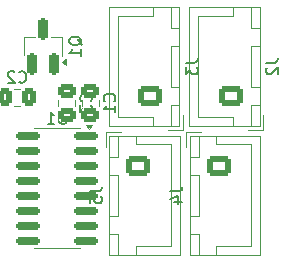
<source format=gbr>
%TF.GenerationSoftware,KiCad,Pcbnew,9.0.2*%
%TF.CreationDate,2025-10-29T16:27:15+01:00*%
%TF.ProjectId,neverx_daugther,6e657665-7278-45f6-9461-756774686572,rev?*%
%TF.SameCoordinates,Original*%
%TF.FileFunction,Legend,Bot*%
%TF.FilePolarity,Positive*%
%FSLAX46Y46*%
G04 Gerber Fmt 4.6, Leading zero omitted, Abs format (unit mm)*
G04 Created by KiCad (PCBNEW 9.0.2) date 2025-10-29 16:27:15*
%MOMM*%
%LPD*%
G01*
G04 APERTURE LIST*
G04 Aperture macros list*
%AMRoundRect*
0 Rectangle with rounded corners*
0 $1 Rounding radius*
0 $2 $3 $4 $5 $6 $7 $8 $9 X,Y pos of 4 corners*
0 Add a 4 corners polygon primitive as box body*
4,1,4,$2,$3,$4,$5,$6,$7,$8,$9,$2,$3,0*
0 Add four circle primitives for the rounded corners*
1,1,$1+$1,$2,$3*
1,1,$1+$1,$4,$5*
1,1,$1+$1,$6,$7*
1,1,$1+$1,$8,$9*
0 Add four rect primitives between the rounded corners*
20,1,$1+$1,$2,$3,$4,$5,0*
20,1,$1+$1,$4,$5,$6,$7,0*
20,1,$1+$1,$6,$7,$8,$9,0*
20,1,$1+$1,$8,$9,$2,$3,0*%
G04 Aperture macros list end*
%ADD10C,0.150000*%
%ADD11C,0.120000*%
%ADD12RoundRect,0.300000X-1.000000X-0.700000X1.000000X-0.700000X1.000000X0.700000X-1.000000X0.700000X0*%
%ADD13RoundRect,1.000000X0.000010X-0.300000X0.000010X0.300000X-0.000010X0.300000X-0.000010X-0.300000X0*%
%ADD14RoundRect,1.000000X-0.300000X-0.000010X0.300000X-0.000010X0.300000X0.000010X-0.300000X0.000010X0*%
%ADD15RoundRect,1.000000X-0.000010X0.300000X-0.000010X-0.300000X0.000010X-0.300000X0.000010X0.300000X0*%
%ADD16C,2.000000*%
%ADD17RoundRect,0.250000X0.475000X-0.337500X0.475000X0.337500X-0.475000X0.337500X-0.475000X-0.337500X0*%
%ADD18RoundRect,0.250000X0.725000X-0.600000X0.725000X0.600000X-0.725000X0.600000X-0.725000X-0.600000X0*%
%ADD19O,1.950000X1.700000*%
%ADD20RoundRect,0.250000X-0.725000X0.600000X-0.725000X-0.600000X0.725000X-0.600000X0.725000X0.600000X0*%
%ADD21RoundRect,0.200000X0.200000X-0.750000X0.200000X0.750000X-0.200000X0.750000X-0.200000X-0.750000X0*%
%ADD22RoundRect,0.150000X0.825000X0.150000X-0.825000X0.150000X-0.825000X-0.150000X0.825000X-0.150000X0*%
%ADD23RoundRect,0.250000X0.337500X0.475000X-0.337500X0.475000X-0.337500X-0.475000X0.337500X-0.475000X0*%
G04 APERTURE END LIST*
D10*
X112939580Y-97433333D02*
X112987200Y-97385714D01*
X112987200Y-97385714D02*
X113034819Y-97242857D01*
X113034819Y-97242857D02*
X113034819Y-97147619D01*
X113034819Y-97147619D02*
X112987200Y-97004762D01*
X112987200Y-97004762D02*
X112891961Y-96909524D01*
X112891961Y-96909524D02*
X112796723Y-96861905D01*
X112796723Y-96861905D02*
X112606247Y-96814286D01*
X112606247Y-96814286D02*
X112463390Y-96814286D01*
X112463390Y-96814286D02*
X112272914Y-96861905D01*
X112272914Y-96861905D02*
X112177676Y-96909524D01*
X112177676Y-96909524D02*
X112082438Y-97004762D01*
X112082438Y-97004762D02*
X112034819Y-97147619D01*
X112034819Y-97147619D02*
X112034819Y-97242857D01*
X112034819Y-97242857D02*
X112082438Y-97385714D01*
X112082438Y-97385714D02*
X112130057Y-97433333D01*
X113034819Y-98385714D02*
X113034819Y-97814286D01*
X113034819Y-98100000D02*
X112034819Y-98100000D01*
X112034819Y-98100000D02*
X112177676Y-98004762D01*
X112177676Y-98004762D02*
X112272914Y-97909524D01*
X112272914Y-97909524D02*
X112320533Y-97814286D01*
X125804819Y-94166666D02*
X126519104Y-94166666D01*
X126519104Y-94166666D02*
X126661961Y-94119047D01*
X126661961Y-94119047D02*
X126757200Y-94023809D01*
X126757200Y-94023809D02*
X126804819Y-93880952D01*
X126804819Y-93880952D02*
X126804819Y-93785714D01*
X125900057Y-94595238D02*
X125852438Y-94642857D01*
X125852438Y-94642857D02*
X125804819Y-94738095D01*
X125804819Y-94738095D02*
X125804819Y-94976190D01*
X125804819Y-94976190D02*
X125852438Y-95071428D01*
X125852438Y-95071428D02*
X125900057Y-95119047D01*
X125900057Y-95119047D02*
X125995295Y-95166666D01*
X125995295Y-95166666D02*
X126090533Y-95166666D01*
X126090533Y-95166666D02*
X126233390Y-95119047D01*
X126233390Y-95119047D02*
X126804819Y-94547619D01*
X126804819Y-94547619D02*
X126804819Y-95166666D01*
X117679819Y-105066666D02*
X118394104Y-105066666D01*
X118394104Y-105066666D02*
X118536961Y-105019047D01*
X118536961Y-105019047D02*
X118632200Y-104923809D01*
X118632200Y-104923809D02*
X118679819Y-104780952D01*
X118679819Y-104780952D02*
X118679819Y-104685714D01*
X118013152Y-105971428D02*
X118679819Y-105971428D01*
X117632200Y-105733333D02*
X118346485Y-105495238D01*
X118346485Y-105495238D02*
X118346485Y-106114285D01*
X110200057Y-92704761D02*
X110152438Y-92609523D01*
X110152438Y-92609523D02*
X110057200Y-92514285D01*
X110057200Y-92514285D02*
X109914342Y-92371428D01*
X109914342Y-92371428D02*
X109866723Y-92276190D01*
X109866723Y-92276190D02*
X109866723Y-92180952D01*
X110104819Y-92228571D02*
X110057200Y-92133333D01*
X110057200Y-92133333D02*
X109961961Y-92038095D01*
X109961961Y-92038095D02*
X109771485Y-91990476D01*
X109771485Y-91990476D02*
X109438152Y-91990476D01*
X109438152Y-91990476D02*
X109247676Y-92038095D01*
X109247676Y-92038095D02*
X109152438Y-92133333D01*
X109152438Y-92133333D02*
X109104819Y-92228571D01*
X109104819Y-92228571D02*
X109104819Y-92419047D01*
X109104819Y-92419047D02*
X109152438Y-92514285D01*
X109152438Y-92514285D02*
X109247676Y-92609523D01*
X109247676Y-92609523D02*
X109438152Y-92657142D01*
X109438152Y-92657142D02*
X109771485Y-92657142D01*
X109771485Y-92657142D02*
X109961961Y-92609523D01*
X109961961Y-92609523D02*
X110057200Y-92514285D01*
X110057200Y-92514285D02*
X110104819Y-92419047D01*
X110104819Y-92419047D02*
X110104819Y-92228571D01*
X110104819Y-93609523D02*
X110104819Y-93038095D01*
X110104819Y-93323809D02*
X109104819Y-93323809D01*
X109104819Y-93323809D02*
X109247676Y-93228571D01*
X109247676Y-93228571D02*
X109342914Y-93133333D01*
X109342914Y-93133333D02*
X109390533Y-93038095D01*
X108861904Y-98354819D02*
X108861904Y-99164342D01*
X108861904Y-99164342D02*
X108814285Y-99259580D01*
X108814285Y-99259580D02*
X108766666Y-99307200D01*
X108766666Y-99307200D02*
X108671428Y-99354819D01*
X108671428Y-99354819D02*
X108480952Y-99354819D01*
X108480952Y-99354819D02*
X108385714Y-99307200D01*
X108385714Y-99307200D02*
X108338095Y-99259580D01*
X108338095Y-99259580D02*
X108290476Y-99164342D01*
X108290476Y-99164342D02*
X108290476Y-98354819D01*
X107290476Y-99354819D02*
X107861904Y-99354819D01*
X107576190Y-99354819D02*
X107576190Y-98354819D01*
X107576190Y-98354819D02*
X107671428Y-98497676D01*
X107671428Y-98497676D02*
X107766666Y-98592914D01*
X107766666Y-98592914D02*
X107861904Y-98640533D01*
X110939580Y-97433333D02*
X110987200Y-97385714D01*
X110987200Y-97385714D02*
X111034819Y-97242857D01*
X111034819Y-97242857D02*
X111034819Y-97147619D01*
X111034819Y-97147619D02*
X110987200Y-97004762D01*
X110987200Y-97004762D02*
X110891961Y-96909524D01*
X110891961Y-96909524D02*
X110796723Y-96861905D01*
X110796723Y-96861905D02*
X110606247Y-96814286D01*
X110606247Y-96814286D02*
X110463390Y-96814286D01*
X110463390Y-96814286D02*
X110272914Y-96861905D01*
X110272914Y-96861905D02*
X110177676Y-96909524D01*
X110177676Y-96909524D02*
X110082438Y-97004762D01*
X110082438Y-97004762D02*
X110034819Y-97147619D01*
X110034819Y-97147619D02*
X110034819Y-97242857D01*
X110034819Y-97242857D02*
X110082438Y-97385714D01*
X110082438Y-97385714D02*
X110130057Y-97433333D01*
X110034819Y-97766667D02*
X110034819Y-98385714D01*
X110034819Y-98385714D02*
X110415771Y-98052381D01*
X110415771Y-98052381D02*
X110415771Y-98195238D01*
X110415771Y-98195238D02*
X110463390Y-98290476D01*
X110463390Y-98290476D02*
X110511009Y-98338095D01*
X110511009Y-98338095D02*
X110606247Y-98385714D01*
X110606247Y-98385714D02*
X110844342Y-98385714D01*
X110844342Y-98385714D02*
X110939580Y-98338095D01*
X110939580Y-98338095D02*
X110987200Y-98290476D01*
X110987200Y-98290476D02*
X111034819Y-98195238D01*
X111034819Y-98195238D02*
X111034819Y-97909524D01*
X111034819Y-97909524D02*
X110987200Y-97814286D01*
X110987200Y-97814286D02*
X110939580Y-97766667D01*
X104866666Y-95779580D02*
X104914285Y-95827200D01*
X104914285Y-95827200D02*
X105057142Y-95874819D01*
X105057142Y-95874819D02*
X105152380Y-95874819D01*
X105152380Y-95874819D02*
X105295237Y-95827200D01*
X105295237Y-95827200D02*
X105390475Y-95731961D01*
X105390475Y-95731961D02*
X105438094Y-95636723D01*
X105438094Y-95636723D02*
X105485713Y-95446247D01*
X105485713Y-95446247D02*
X105485713Y-95303390D01*
X105485713Y-95303390D02*
X105438094Y-95112914D01*
X105438094Y-95112914D02*
X105390475Y-95017676D01*
X105390475Y-95017676D02*
X105295237Y-94922438D01*
X105295237Y-94922438D02*
X105152380Y-94874819D01*
X105152380Y-94874819D02*
X105057142Y-94874819D01*
X105057142Y-94874819D02*
X104914285Y-94922438D01*
X104914285Y-94922438D02*
X104866666Y-94970057D01*
X104485713Y-94970057D02*
X104438094Y-94922438D01*
X104438094Y-94922438D02*
X104342856Y-94874819D01*
X104342856Y-94874819D02*
X104104761Y-94874819D01*
X104104761Y-94874819D02*
X104009523Y-94922438D01*
X104009523Y-94922438D02*
X103961904Y-94970057D01*
X103961904Y-94970057D02*
X103914285Y-95065295D01*
X103914285Y-95065295D02*
X103914285Y-95160533D01*
X103914285Y-95160533D02*
X103961904Y-95303390D01*
X103961904Y-95303390D02*
X104533332Y-95874819D01*
X104533332Y-95874819D02*
X103914285Y-95874819D01*
X110879819Y-105066666D02*
X111594104Y-105066666D01*
X111594104Y-105066666D02*
X111736961Y-105019047D01*
X111736961Y-105019047D02*
X111832200Y-104923809D01*
X111832200Y-104923809D02*
X111879819Y-104780952D01*
X111879819Y-104780952D02*
X111879819Y-104685714D01*
X110879819Y-106019047D02*
X110879819Y-105542857D01*
X110879819Y-105542857D02*
X111356009Y-105495238D01*
X111356009Y-105495238D02*
X111308390Y-105542857D01*
X111308390Y-105542857D02*
X111260771Y-105638095D01*
X111260771Y-105638095D02*
X111260771Y-105876190D01*
X111260771Y-105876190D02*
X111308390Y-105971428D01*
X111308390Y-105971428D02*
X111356009Y-106019047D01*
X111356009Y-106019047D02*
X111451247Y-106066666D01*
X111451247Y-106066666D02*
X111689342Y-106066666D01*
X111689342Y-106066666D02*
X111784580Y-106019047D01*
X111784580Y-106019047D02*
X111832200Y-105971428D01*
X111832200Y-105971428D02*
X111879819Y-105876190D01*
X111879819Y-105876190D02*
X111879819Y-105638095D01*
X111879819Y-105638095D02*
X111832200Y-105542857D01*
X111832200Y-105542857D02*
X111784580Y-105495238D01*
X119004819Y-94166666D02*
X119719104Y-94166666D01*
X119719104Y-94166666D02*
X119861961Y-94119047D01*
X119861961Y-94119047D02*
X119957200Y-94023809D01*
X119957200Y-94023809D02*
X120004819Y-93880952D01*
X120004819Y-93880952D02*
X120004819Y-93785714D01*
X119004819Y-94547619D02*
X119004819Y-95166666D01*
X119004819Y-95166666D02*
X119385771Y-94833333D01*
X119385771Y-94833333D02*
X119385771Y-94976190D01*
X119385771Y-94976190D02*
X119433390Y-95071428D01*
X119433390Y-95071428D02*
X119481009Y-95119047D01*
X119481009Y-95119047D02*
X119576247Y-95166666D01*
X119576247Y-95166666D02*
X119814342Y-95166666D01*
X119814342Y-95166666D02*
X119909580Y-95119047D01*
X119909580Y-95119047D02*
X119957200Y-95071428D01*
X119957200Y-95071428D02*
X120004819Y-94976190D01*
X120004819Y-94976190D02*
X120004819Y-94690476D01*
X120004819Y-94690476D02*
X119957200Y-94595238D01*
X119957200Y-94595238D02*
X119909580Y-94547619D01*
D11*
%TO.C,C1*%
X110165000Y-97861252D02*
X110165000Y-97338748D01*
X111635000Y-97861252D02*
X111635000Y-97338748D01*
%TO.C,J2*%
X119290000Y-89440000D02*
X125260000Y-89440000D01*
X119290000Y-99560000D02*
X119290000Y-89440000D01*
X120050000Y-90200000D02*
X120050000Y-94500000D01*
X120050000Y-98800000D02*
X120050000Y-94500000D01*
X123000000Y-89450000D02*
X123000000Y-90200000D01*
X123000000Y-90200000D02*
X120050000Y-90200000D01*
X123000000Y-98800000D02*
X120050000Y-98800000D01*
X123000000Y-99550000D02*
X123000000Y-98800000D01*
X124500000Y-89450000D02*
X125250000Y-89450000D01*
X124500000Y-91250000D02*
X124500000Y-89450000D01*
X124500000Y-92750000D02*
X125250000Y-92750000D01*
X124500000Y-96250000D02*
X124500000Y-92750000D01*
X124500000Y-97750000D02*
X125250000Y-97750000D01*
X124500000Y-99550000D02*
X124500000Y-97750000D01*
X125250000Y-89450000D02*
X125250000Y-91250000D01*
X125250000Y-91250000D02*
X124500000Y-91250000D01*
X125250000Y-92750000D02*
X125250000Y-96250000D01*
X125250000Y-96250000D02*
X124500000Y-96250000D01*
X125250000Y-97750000D02*
X125250000Y-99550000D01*
X125250000Y-99550000D02*
X124500000Y-99550000D01*
X125260000Y-89440000D02*
X125260000Y-99560000D01*
X125260000Y-99560000D02*
X119290000Y-99560000D01*
X125550000Y-98600000D02*
X125550000Y-99850000D01*
X125550000Y-99850000D02*
X124300000Y-99850000D01*
%TO.C,J4*%
X119025000Y-100050000D02*
X120275000Y-100050000D01*
X119025000Y-101300000D02*
X119025000Y-100050000D01*
X119315000Y-100340000D02*
X125285000Y-100340000D01*
X119315000Y-110460000D02*
X119315000Y-100340000D01*
X119325000Y-100350000D02*
X120075000Y-100350000D01*
X119325000Y-102150000D02*
X119325000Y-100350000D01*
X119325000Y-103650000D02*
X120075000Y-103650000D01*
X119325000Y-107150000D02*
X119325000Y-103650000D01*
X119325000Y-108650000D02*
X120075000Y-108650000D01*
X119325000Y-110450000D02*
X119325000Y-108650000D01*
X120075000Y-100350000D02*
X120075000Y-102150000D01*
X120075000Y-102150000D02*
X119325000Y-102150000D01*
X120075000Y-103650000D02*
X120075000Y-107150000D01*
X120075000Y-107150000D02*
X119325000Y-107150000D01*
X120075000Y-108650000D02*
X120075000Y-110450000D01*
X120075000Y-110450000D02*
X119325000Y-110450000D01*
X121575000Y-100350000D02*
X121575000Y-101100000D01*
X121575000Y-101100000D02*
X124525000Y-101100000D01*
X121575000Y-109700000D02*
X124525000Y-109700000D01*
X121575000Y-110450000D02*
X121575000Y-109700000D01*
X124525000Y-101100000D02*
X124525000Y-105400000D01*
X124525000Y-109700000D02*
X124525000Y-105400000D01*
X125285000Y-100340000D02*
X125285000Y-110460000D01*
X125285000Y-110460000D02*
X119315000Y-110460000D01*
%TO.C,Q1*%
X105320000Y-92040000D02*
X105320000Y-93500000D01*
X105320000Y-92040000D02*
X106250000Y-92040000D01*
X108480000Y-92040000D02*
X107550000Y-92040000D01*
X108480000Y-92840000D02*
X108480000Y-92040000D01*
X108480000Y-92840000D02*
X108480000Y-93640000D01*
X108840000Y-94380000D02*
X108510000Y-94140000D01*
X108840000Y-93900000D01*
X108840000Y-94380000D01*
G36*
X108840000Y-94380000D02*
G01*
X108510000Y-94140000D01*
X108840000Y-93900000D01*
X108840000Y-94380000D01*
G37*
%TO.C,U1*%
X108100000Y-99740000D02*
X106150000Y-99740000D01*
X108100000Y-99740000D02*
X110050000Y-99740000D01*
X108100000Y-109860000D02*
X106150000Y-109860000D01*
X108100000Y-109860000D02*
X110050000Y-109860000D01*
X110800000Y-99795000D02*
X110560000Y-99465000D01*
X111040000Y-99465000D01*
X110800000Y-99795000D01*
G36*
X110800000Y-99795000D02*
G01*
X110560000Y-99465000D01*
X111040000Y-99465000D01*
X110800000Y-99795000D01*
G37*
%TO.C,C3*%
X108165000Y-97861252D02*
X108165000Y-97338748D01*
X109635000Y-97861252D02*
X109635000Y-97338748D01*
%TO.C,C2*%
X104961252Y-96365000D02*
X104438748Y-96365000D01*
X104961252Y-97835000D02*
X104438748Y-97835000D01*
%TO.C,J5*%
X112225000Y-100050000D02*
X113475000Y-100050000D01*
X112225000Y-101300000D02*
X112225000Y-100050000D01*
X112515000Y-100340000D02*
X118485000Y-100340000D01*
X112515000Y-110460000D02*
X112515000Y-100340000D01*
X112525000Y-100350000D02*
X113275000Y-100350000D01*
X112525000Y-102150000D02*
X112525000Y-100350000D01*
X112525000Y-103650000D02*
X113275000Y-103650000D01*
X112525000Y-107150000D02*
X112525000Y-103650000D01*
X112525000Y-108650000D02*
X113275000Y-108650000D01*
X112525000Y-110450000D02*
X112525000Y-108650000D01*
X113275000Y-100350000D02*
X113275000Y-102150000D01*
X113275000Y-102150000D02*
X112525000Y-102150000D01*
X113275000Y-103650000D02*
X113275000Y-107150000D01*
X113275000Y-107150000D02*
X112525000Y-107150000D01*
X113275000Y-108650000D02*
X113275000Y-110450000D01*
X113275000Y-110450000D02*
X112525000Y-110450000D01*
X114775000Y-100350000D02*
X114775000Y-101100000D01*
X114775000Y-101100000D02*
X117725000Y-101100000D01*
X114775000Y-109700000D02*
X117725000Y-109700000D01*
X114775000Y-110450000D02*
X114775000Y-109700000D01*
X117725000Y-101100000D02*
X117725000Y-105400000D01*
X117725000Y-109700000D02*
X117725000Y-105400000D01*
X118485000Y-100340000D02*
X118485000Y-110460000D01*
X118485000Y-110460000D02*
X112515000Y-110460000D01*
%TO.C,J3*%
X112490000Y-89440000D02*
X118460000Y-89440000D01*
X112490000Y-99560000D02*
X112490000Y-89440000D01*
X113250000Y-90200000D02*
X113250000Y-94500000D01*
X113250000Y-98800000D02*
X113250000Y-94500000D01*
X116200000Y-89450000D02*
X116200000Y-90200000D01*
X116200000Y-90200000D02*
X113250000Y-90200000D01*
X116200000Y-98800000D02*
X113250000Y-98800000D01*
X116200000Y-99550000D02*
X116200000Y-98800000D01*
X117700000Y-89450000D02*
X118450000Y-89450000D01*
X117700000Y-91250000D02*
X117700000Y-89450000D01*
X117700000Y-92750000D02*
X118450000Y-92750000D01*
X117700000Y-96250000D02*
X117700000Y-92750000D01*
X117700000Y-97750000D02*
X118450000Y-97750000D01*
X117700000Y-99550000D02*
X117700000Y-97750000D01*
X118450000Y-89450000D02*
X118450000Y-91250000D01*
X118450000Y-91250000D02*
X117700000Y-91250000D01*
X118450000Y-92750000D02*
X118450000Y-96250000D01*
X118450000Y-96250000D02*
X117700000Y-96250000D01*
X118450000Y-97750000D02*
X118450000Y-99550000D01*
X118450000Y-99550000D02*
X117700000Y-99550000D01*
X118460000Y-89440000D02*
X118460000Y-99560000D01*
X118460000Y-99560000D02*
X112490000Y-99560000D01*
X118750000Y-98600000D02*
X118750000Y-99850000D01*
X118750000Y-99850000D02*
X117500000Y-99850000D01*
%TD*%
%LPC*%
D12*
%TO.C,J1*%
X97200000Y-100000000D03*
D13*
X100000000Y-97200000D03*
D14*
X102800000Y-100000000D03*
D15*
X100000000Y-102800000D03*
D16*
X100000000Y-100000000D03*
%TD*%
D17*
%TO.C,C1*%
X110900000Y-98637500D03*
X110900000Y-96562500D03*
%TD*%
D18*
%TO.C,J2*%
X122800000Y-97000000D03*
D19*
X122800000Y-94500000D03*
X122800000Y-92000000D03*
%TD*%
D20*
%TO.C,J4*%
X121775000Y-102900000D03*
D19*
X121775000Y-105400000D03*
X121775000Y-107900000D03*
%TD*%
D21*
%TO.C,Q1*%
X107850000Y-94300000D03*
X105950000Y-94300000D03*
X106900000Y-91300000D03*
%TD*%
D22*
%TO.C,U1*%
X110575000Y-100355000D03*
X110575000Y-101625000D03*
X110575000Y-102895000D03*
X110575000Y-104165000D03*
X110575000Y-105435000D03*
X110575000Y-106705000D03*
X110575000Y-107975000D03*
X110575000Y-109245000D03*
X105625000Y-109245000D03*
X105625000Y-107975000D03*
X105625000Y-106705000D03*
X105625000Y-105435000D03*
X105625000Y-104165000D03*
X105625000Y-102895000D03*
X105625000Y-101625000D03*
X105625000Y-100355000D03*
%TD*%
D17*
%TO.C,C3*%
X108900000Y-98637500D03*
X108900000Y-96562500D03*
%TD*%
D23*
%TO.C,C2*%
X105737500Y-97100000D03*
X103662500Y-97100000D03*
%TD*%
D20*
%TO.C,J5*%
X114975000Y-102900000D03*
D19*
X114975000Y-105400000D03*
X114975000Y-107900000D03*
%TD*%
D18*
%TO.C,J3*%
X116000000Y-97000000D03*
D19*
X116000000Y-94500000D03*
X116000000Y-92000000D03*
%TD*%
%LPD*%
M02*

</source>
